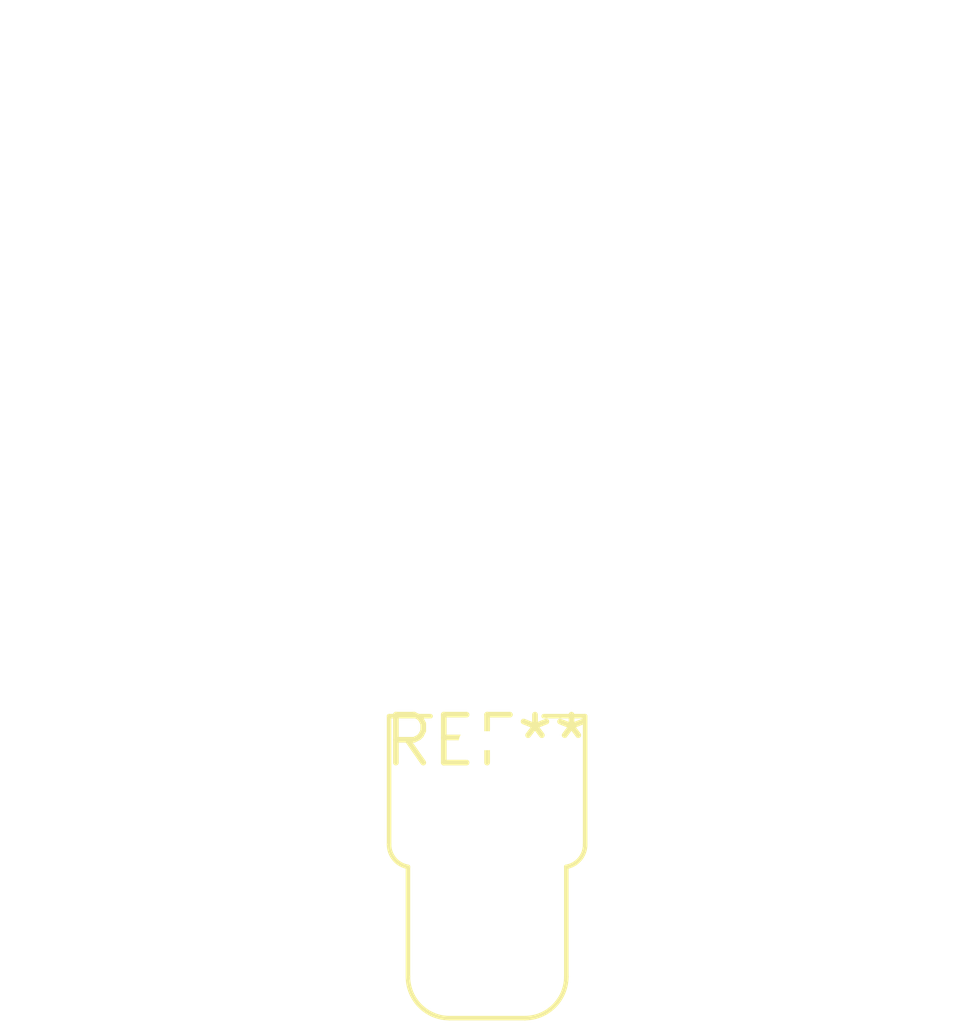
<source format=kicad_pcb>
(kicad_pcb (version 20240108) (generator pcbnew)
  (layers (0 "F.Cu" signal) (31 "B.Cu" signal) (34 "B.Paste" user) (35 "F.Paste" user) (36 "B.SilkS" user "B.Silkscreen") (37 "F.SilkS" user "F.Silkscreen") (38 "B.Mask" user) (39 "F.Mask" user) (44 "Edge.Cuts" user))
  (net 0 "")
  (footprint "Plug_3.5mm_CUI_SP-3541" (layer "F.Cu") (at 0 0)
    (property "Reference" "REF**")
    (property "Value" "Plug_3.5mm_CUI_SP-3541")
    (fp_line (start -2.6 -0.65) (end -1.5 -0.65) (layer "F.SilkS") (stroke (width 0.12)))
    (fp_line (start -2.6 2.75) (end -2.6 -0.65) (layer "F.SilkS") (stroke (width 0.12)))
    (fp_line (start -2.1 6.25) (end -2.1 3.341608) (layer "F.SilkS") (stroke (width 0.12)))
    (fp_line (start 1 7.35) (end -1 7.35) (layer "F.SilkS") (stroke (width 0.12)))
    (fp_line (start 1.5 -0.65) (end 2.6 -0.65) (layer "F.SilkS") (stroke (width 0.12)))
    (fp_line (start 2.1 3.341608) (end 2.1 6.25) (layer "F.SilkS") (stroke (width 0.12)))
    (fp_line (start 2.6 -0.65) (end 2.6 2.75) (layer "F.SilkS") (stroke (width 0.12)))
    (fp_arc (start -2.1 3.341608) (mid -2.458258 3.137298) (end -2.6 2.75) (layer "F.SilkS") (stroke (width 0.12)))
    (fp_arc (start -1 7.35) (mid -1.777817 7.027817) (end -2.1 6.25) (layer "F.SilkS") (stroke (width 0.12)))
    (fp_arc (start 2.1 6.25) (mid 1.777817 7.027817) (end 1 7.35) (layer "F.SilkS") (stroke (width 0.12)))
    (fp_arc (start 2.6 2.75) (mid 2.458258 3.137298) (end 2.1 3.341608) (layer "F.SilkS") (stroke (width 0.12)))
    (pad "R1" thru_hole roundrect (at 0 3.6) (size 2.5 1.3) (drill oval 1.5 0.5) (layers *.Cu *.Mask) (remove_unused_layers))
    (pad "R2" thru_hole roundrect (at 0 1.9) (size 2.5 1.3) (drill oval 1.5 0.5) (layers *.Cu *.Mask) (remove_unused_layers))
    (pad "S" thru_hole roundrect (at 0 0) (size 2.5 1.3) (drill oval 1.5 0.5) (layers *.Cu *.Mask) (remove_unused_layers))
    (pad "T" thru_hole roundrect (at 0 5.3) (size 2.5 1.3) (drill oval 1.5 0.5) (layers *.Cu *.Mask) (remove_unused_layers))
  )
)
</source>
